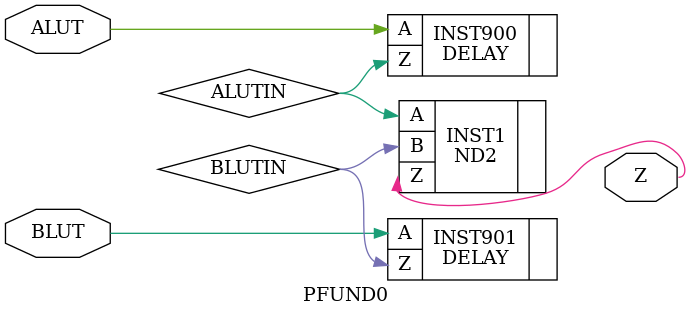
<source format=v>
`timescale 1 ns / 100 ps

/* Created by DB2VERILOG Version 1.2.0.3 on Thu Sep  8 14:29:46 1994 */
/* module compiled from "lsl2db 4.0.3" run */

module PFUND0 (ALUT, BLUT, Z);
input  ALUT, BLUT;
output Z;
ND2 INST1 (.A(ALUTIN), .B(BLUTIN), .Z(Z));
DELAY INST900 (.A(ALUT), .Z(ALUTIN));
DELAY INST901 (.A(BLUT), .Z(BLUTIN));

endmodule


</source>
